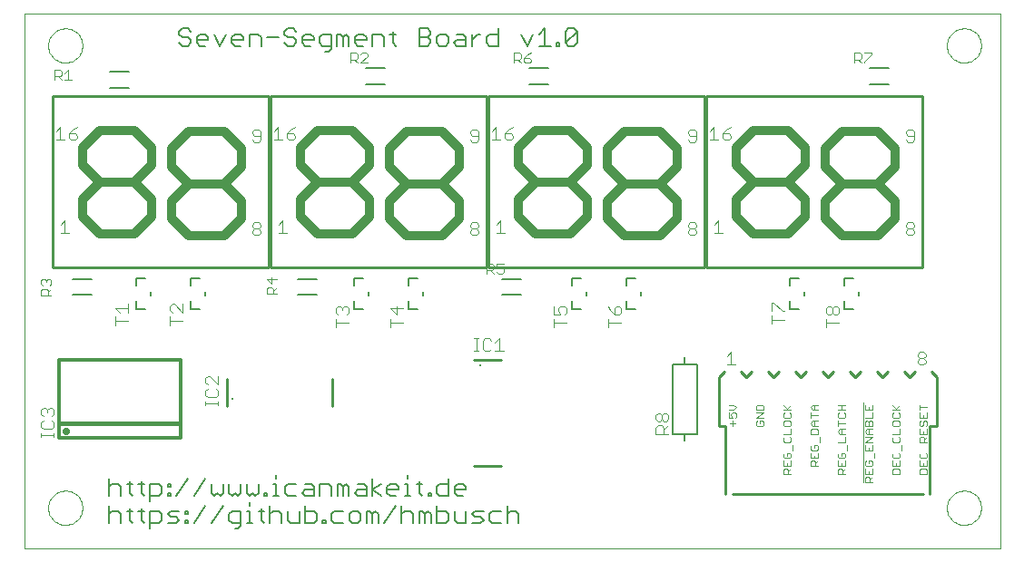
<source format=gto>
G75*
G70*
%OFA0B0*%
%FSLAX24Y24*%
%IPPOS*%
%LPD*%
%AMOC8*
5,1,8,0,0,1.08239X$1,22.5*
%
%ADD10C,0.0000*%
%ADD11C,0.0060*%
%ADD12C,0.0030*%
%ADD13C,0.0100*%
%ADD14C,0.0330*%
%ADD15C,0.0040*%
%ADD16C,0.0080*%
%ADD17C,0.0100*%
%ADD18C,0.0120*%
%ADD19C,0.0284*%
%ADD20C,0.0160*%
D10*
X000180Y000180D02*
X000180Y019865D01*
X036007Y019865D01*
X036007Y000180D01*
X000180Y000180D01*
X001050Y001680D02*
X001052Y001730D01*
X001058Y001780D01*
X001068Y001829D01*
X001082Y001877D01*
X001099Y001924D01*
X001120Y001969D01*
X001145Y002013D01*
X001173Y002054D01*
X001205Y002093D01*
X001239Y002130D01*
X001276Y002164D01*
X001316Y002194D01*
X001358Y002221D01*
X001402Y002245D01*
X001448Y002266D01*
X001495Y002282D01*
X001543Y002295D01*
X001593Y002304D01*
X001642Y002309D01*
X001693Y002310D01*
X001743Y002307D01*
X001792Y002300D01*
X001841Y002289D01*
X001889Y002274D01*
X001935Y002256D01*
X001980Y002234D01*
X002023Y002208D01*
X002064Y002179D01*
X002103Y002147D01*
X002139Y002112D01*
X002171Y002074D01*
X002201Y002034D01*
X002228Y001991D01*
X002251Y001947D01*
X002270Y001901D01*
X002286Y001853D01*
X002298Y001804D01*
X002306Y001755D01*
X002310Y001705D01*
X002310Y001655D01*
X002306Y001605D01*
X002298Y001556D01*
X002286Y001507D01*
X002270Y001459D01*
X002251Y001413D01*
X002228Y001369D01*
X002201Y001326D01*
X002171Y001286D01*
X002139Y001248D01*
X002103Y001213D01*
X002064Y001181D01*
X002023Y001152D01*
X001980Y001126D01*
X001935Y001104D01*
X001889Y001086D01*
X001841Y001071D01*
X001792Y001060D01*
X001743Y001053D01*
X001693Y001050D01*
X001642Y001051D01*
X001593Y001056D01*
X001543Y001065D01*
X001495Y001078D01*
X001448Y001094D01*
X001402Y001115D01*
X001358Y001139D01*
X001316Y001166D01*
X001276Y001196D01*
X001239Y001230D01*
X001205Y001267D01*
X001173Y001306D01*
X001145Y001347D01*
X001120Y001391D01*
X001099Y001436D01*
X001082Y001483D01*
X001068Y001531D01*
X001058Y001580D01*
X001052Y001630D01*
X001050Y001680D01*
X001050Y018680D02*
X001052Y018730D01*
X001058Y018780D01*
X001068Y018829D01*
X001082Y018877D01*
X001099Y018924D01*
X001120Y018969D01*
X001145Y019013D01*
X001173Y019054D01*
X001205Y019093D01*
X001239Y019130D01*
X001276Y019164D01*
X001316Y019194D01*
X001358Y019221D01*
X001402Y019245D01*
X001448Y019266D01*
X001495Y019282D01*
X001543Y019295D01*
X001593Y019304D01*
X001642Y019309D01*
X001693Y019310D01*
X001743Y019307D01*
X001792Y019300D01*
X001841Y019289D01*
X001889Y019274D01*
X001935Y019256D01*
X001980Y019234D01*
X002023Y019208D01*
X002064Y019179D01*
X002103Y019147D01*
X002139Y019112D01*
X002171Y019074D01*
X002201Y019034D01*
X002228Y018991D01*
X002251Y018947D01*
X002270Y018901D01*
X002286Y018853D01*
X002298Y018804D01*
X002306Y018755D01*
X002310Y018705D01*
X002310Y018655D01*
X002306Y018605D01*
X002298Y018556D01*
X002286Y018507D01*
X002270Y018459D01*
X002251Y018413D01*
X002228Y018369D01*
X002201Y018326D01*
X002171Y018286D01*
X002139Y018248D01*
X002103Y018213D01*
X002064Y018181D01*
X002023Y018152D01*
X001980Y018126D01*
X001935Y018104D01*
X001889Y018086D01*
X001841Y018071D01*
X001792Y018060D01*
X001743Y018053D01*
X001693Y018050D01*
X001642Y018051D01*
X001593Y018056D01*
X001543Y018065D01*
X001495Y018078D01*
X001448Y018094D01*
X001402Y018115D01*
X001358Y018139D01*
X001316Y018166D01*
X001276Y018196D01*
X001239Y018230D01*
X001205Y018267D01*
X001173Y018306D01*
X001145Y018347D01*
X001120Y018391D01*
X001099Y018436D01*
X001082Y018483D01*
X001068Y018531D01*
X001058Y018580D01*
X001052Y018630D01*
X001050Y018680D01*
X034050Y018680D02*
X034052Y018730D01*
X034058Y018780D01*
X034068Y018829D01*
X034082Y018877D01*
X034099Y018924D01*
X034120Y018969D01*
X034145Y019013D01*
X034173Y019054D01*
X034205Y019093D01*
X034239Y019130D01*
X034276Y019164D01*
X034316Y019194D01*
X034358Y019221D01*
X034402Y019245D01*
X034448Y019266D01*
X034495Y019282D01*
X034543Y019295D01*
X034593Y019304D01*
X034642Y019309D01*
X034693Y019310D01*
X034743Y019307D01*
X034792Y019300D01*
X034841Y019289D01*
X034889Y019274D01*
X034935Y019256D01*
X034980Y019234D01*
X035023Y019208D01*
X035064Y019179D01*
X035103Y019147D01*
X035139Y019112D01*
X035171Y019074D01*
X035201Y019034D01*
X035228Y018991D01*
X035251Y018947D01*
X035270Y018901D01*
X035286Y018853D01*
X035298Y018804D01*
X035306Y018755D01*
X035310Y018705D01*
X035310Y018655D01*
X035306Y018605D01*
X035298Y018556D01*
X035286Y018507D01*
X035270Y018459D01*
X035251Y018413D01*
X035228Y018369D01*
X035201Y018326D01*
X035171Y018286D01*
X035139Y018248D01*
X035103Y018213D01*
X035064Y018181D01*
X035023Y018152D01*
X034980Y018126D01*
X034935Y018104D01*
X034889Y018086D01*
X034841Y018071D01*
X034792Y018060D01*
X034743Y018053D01*
X034693Y018050D01*
X034642Y018051D01*
X034593Y018056D01*
X034543Y018065D01*
X034495Y018078D01*
X034448Y018094D01*
X034402Y018115D01*
X034358Y018139D01*
X034316Y018166D01*
X034276Y018196D01*
X034239Y018230D01*
X034205Y018267D01*
X034173Y018306D01*
X034145Y018347D01*
X034120Y018391D01*
X034099Y018436D01*
X034082Y018483D01*
X034068Y018531D01*
X034058Y018580D01*
X034052Y018630D01*
X034050Y018680D01*
X034050Y001680D02*
X034052Y001730D01*
X034058Y001780D01*
X034068Y001829D01*
X034082Y001877D01*
X034099Y001924D01*
X034120Y001969D01*
X034145Y002013D01*
X034173Y002054D01*
X034205Y002093D01*
X034239Y002130D01*
X034276Y002164D01*
X034316Y002194D01*
X034358Y002221D01*
X034402Y002245D01*
X034448Y002266D01*
X034495Y002282D01*
X034543Y002295D01*
X034593Y002304D01*
X034642Y002309D01*
X034693Y002310D01*
X034743Y002307D01*
X034792Y002300D01*
X034841Y002289D01*
X034889Y002274D01*
X034935Y002256D01*
X034980Y002234D01*
X035023Y002208D01*
X035064Y002179D01*
X035103Y002147D01*
X035139Y002112D01*
X035171Y002074D01*
X035201Y002034D01*
X035228Y001991D01*
X035251Y001947D01*
X035270Y001901D01*
X035286Y001853D01*
X035298Y001804D01*
X035306Y001755D01*
X035310Y001705D01*
X035310Y001655D01*
X035306Y001605D01*
X035298Y001556D01*
X035286Y001507D01*
X035270Y001459D01*
X035251Y001413D01*
X035228Y001369D01*
X035201Y001326D01*
X035171Y001286D01*
X035139Y001248D01*
X035103Y001213D01*
X035064Y001181D01*
X035023Y001152D01*
X034980Y001126D01*
X034935Y001104D01*
X034889Y001086D01*
X034841Y001071D01*
X034792Y001060D01*
X034743Y001053D01*
X034693Y001050D01*
X034642Y001051D01*
X034593Y001056D01*
X034543Y001065D01*
X034495Y001078D01*
X034448Y001094D01*
X034402Y001115D01*
X034358Y001139D01*
X034316Y001166D01*
X034276Y001196D01*
X034239Y001230D01*
X034205Y001267D01*
X034173Y001306D01*
X034145Y001347D01*
X034120Y001391D01*
X034099Y001436D01*
X034082Y001483D01*
X034068Y001531D01*
X034058Y001580D01*
X034052Y001630D01*
X034050Y001680D01*
D11*
X018329Y001445D02*
X018329Y001124D01*
X017901Y001124D02*
X017901Y001765D01*
X018008Y001551D02*
X018222Y001551D01*
X018329Y001445D01*
X018008Y001551D02*
X017901Y001445D01*
X017684Y001551D02*
X017364Y001551D01*
X017257Y001445D01*
X017257Y001231D01*
X017364Y001124D01*
X017684Y001124D01*
X017039Y001231D02*
X016933Y001338D01*
X016719Y001338D01*
X016612Y001445D01*
X016719Y001551D01*
X017039Y001551D01*
X017039Y001231D02*
X016933Y001124D01*
X016612Y001124D01*
X016395Y001124D02*
X016395Y001551D01*
X015968Y001551D02*
X015968Y001231D01*
X016075Y001124D01*
X016395Y001124D01*
X015750Y001231D02*
X015750Y001445D01*
X015644Y001551D01*
X015323Y001551D01*
X015323Y001765D02*
X015323Y001124D01*
X015644Y001124D01*
X015750Y001231D01*
X015106Y001124D02*
X015106Y001445D01*
X014999Y001551D01*
X014892Y001445D01*
X014892Y001124D01*
X014679Y001124D02*
X014679Y001551D01*
X014785Y001551D01*
X014892Y001445D01*
X014461Y001445D02*
X014461Y001124D01*
X014034Y001124D02*
X014034Y001765D01*
X013817Y001765D02*
X013390Y001124D01*
X013172Y001124D02*
X013172Y001445D01*
X013065Y001551D01*
X012959Y001445D01*
X012959Y001124D01*
X012745Y001124D02*
X012745Y001551D01*
X012852Y001551D01*
X012959Y001445D01*
X012528Y001445D02*
X012528Y001231D01*
X012421Y001124D01*
X012207Y001124D01*
X012101Y001231D01*
X012101Y001445D01*
X012207Y001551D01*
X012421Y001551D01*
X012528Y001445D01*
X011883Y001551D02*
X011563Y001551D01*
X011456Y001445D01*
X011456Y001231D01*
X011563Y001124D01*
X011883Y001124D01*
X011240Y001124D02*
X011240Y001231D01*
X011134Y001231D01*
X011134Y001124D01*
X011240Y001124D01*
X010916Y001231D02*
X010916Y001445D01*
X010809Y001551D01*
X010489Y001551D01*
X010489Y001765D02*
X010489Y001124D01*
X010809Y001124D01*
X010916Y001231D01*
X010272Y001124D02*
X010272Y001551D01*
X009845Y001551D02*
X009845Y001231D01*
X009951Y001124D01*
X010272Y001124D01*
X009627Y001124D02*
X009627Y001445D01*
X009520Y001551D01*
X009307Y001551D01*
X009200Y001445D01*
X008984Y001551D02*
X008770Y001551D01*
X008877Y001658D02*
X008877Y001231D01*
X008984Y001124D01*
X009200Y001124D02*
X009200Y001765D01*
X009307Y002124D02*
X009521Y002124D01*
X009414Y002124D02*
X009414Y002551D01*
X009307Y002551D01*
X009414Y002765D02*
X009414Y002872D01*
X009737Y002445D02*
X009737Y002231D01*
X009844Y002124D01*
X010164Y002124D01*
X010382Y002231D02*
X010488Y002124D01*
X010809Y002124D01*
X010809Y002445D01*
X010702Y002551D01*
X010488Y002551D01*
X010488Y002338D02*
X010809Y002338D01*
X011026Y002124D02*
X011026Y002551D01*
X011347Y002551D01*
X011453Y002445D01*
X011453Y002124D01*
X011671Y002124D02*
X011671Y002551D01*
X011778Y002551D01*
X011884Y002445D01*
X011991Y002551D01*
X012098Y002445D01*
X012098Y002124D01*
X011884Y002124D02*
X011884Y002445D01*
X012315Y002231D02*
X012422Y002124D01*
X012742Y002124D01*
X012742Y002445D01*
X012636Y002551D01*
X012422Y002551D01*
X012422Y002338D02*
X012742Y002338D01*
X012960Y002338D02*
X013280Y002551D01*
X013497Y002445D02*
X013497Y002231D01*
X013604Y002124D01*
X013817Y002124D01*
X013924Y002338D02*
X013497Y002338D01*
X013497Y002445D02*
X013604Y002551D01*
X013817Y002551D01*
X013924Y002445D01*
X013924Y002338D01*
X014142Y002551D02*
X014248Y002551D01*
X014248Y002124D01*
X014142Y002124D02*
X014355Y002124D01*
X014678Y002231D02*
X014785Y002124D01*
X014678Y002231D02*
X014678Y002658D01*
X014571Y002551D02*
X014785Y002551D01*
X015001Y002231D02*
X015108Y002231D01*
X015108Y002124D01*
X015001Y002124D01*
X015001Y002231D01*
X015323Y002231D02*
X015430Y002124D01*
X015750Y002124D01*
X015750Y002765D01*
X015750Y002551D02*
X015430Y002551D01*
X015323Y002445D01*
X015323Y002231D01*
X015968Y002231D02*
X016075Y002124D01*
X016288Y002124D01*
X016395Y002338D02*
X015968Y002338D01*
X015968Y002231D02*
X015968Y002445D01*
X016075Y002551D01*
X016288Y002551D01*
X016395Y002445D01*
X016395Y002338D01*
X014461Y001445D02*
X014354Y001551D01*
X014141Y001551D01*
X014034Y001445D01*
X013280Y002124D02*
X012960Y002338D01*
X012960Y002124D02*
X012960Y002765D01*
X012422Y002338D02*
X012315Y002231D01*
X014248Y002765D02*
X014248Y002872D01*
X010488Y002338D02*
X010382Y002231D01*
X010164Y002551D02*
X009844Y002551D01*
X009737Y002445D01*
X009092Y002231D02*
X009092Y002124D01*
X008985Y002124D01*
X008985Y002231D01*
X009092Y002231D01*
X008768Y002231D02*
X008768Y002551D01*
X008768Y002231D02*
X008661Y002124D01*
X008554Y002231D01*
X008447Y002124D01*
X008341Y002231D01*
X008341Y002551D01*
X008123Y002551D02*
X008123Y002231D01*
X008016Y002124D01*
X007910Y002231D01*
X007803Y002124D01*
X007696Y002231D01*
X007696Y002551D01*
X007479Y002551D02*
X007479Y002231D01*
X007372Y002124D01*
X007265Y002231D01*
X007158Y002124D01*
X007052Y002231D01*
X007052Y002551D01*
X006834Y002765D02*
X006407Y002124D01*
X006834Y001765D02*
X006407Y001124D01*
X006191Y001124D02*
X006085Y001124D01*
X006085Y001231D01*
X006191Y001231D01*
X006191Y001124D01*
X005867Y001231D02*
X005760Y001338D01*
X005547Y001338D01*
X005440Y001445D01*
X005547Y001551D01*
X005867Y001551D01*
X006085Y001551D02*
X006085Y001445D01*
X006191Y001445D01*
X006191Y001551D01*
X006085Y001551D01*
X005867Y001231D02*
X005760Y001124D01*
X005440Y001124D01*
X005223Y001231D02*
X005116Y001124D01*
X004796Y001124D01*
X004796Y000911D02*
X004796Y001551D01*
X005116Y001551D01*
X005223Y001445D01*
X005223Y001231D01*
X004579Y001124D02*
X004473Y001231D01*
X004473Y001658D01*
X004579Y001551D02*
X004366Y001551D01*
X004150Y001551D02*
X003936Y001551D01*
X004043Y001658D02*
X004043Y001231D01*
X004150Y001124D01*
X003719Y001124D02*
X003719Y001445D01*
X003612Y001551D01*
X003398Y001551D01*
X003292Y001445D01*
X003292Y001765D02*
X003292Y001124D01*
X004796Y001911D02*
X004796Y002551D01*
X005116Y002551D01*
X005223Y002445D01*
X005223Y002231D01*
X005116Y002124D01*
X004796Y002124D01*
X004579Y002124D02*
X004473Y002231D01*
X004473Y002658D01*
X004579Y002551D02*
X004366Y002551D01*
X004150Y002551D02*
X003936Y002551D01*
X004043Y002658D02*
X004043Y002231D01*
X004150Y002124D01*
X003719Y002124D02*
X003719Y002445D01*
X003612Y002551D01*
X003398Y002551D01*
X003292Y002445D01*
X003292Y002765D02*
X003292Y002124D01*
X005440Y002124D02*
X005440Y002231D01*
X005547Y002231D01*
X005547Y002124D01*
X005440Y002124D01*
X005762Y002124D02*
X006189Y002765D01*
X005547Y002551D02*
X005547Y002445D01*
X005440Y002445D01*
X005440Y002551D01*
X005547Y002551D01*
X007052Y001124D02*
X007479Y001765D01*
X007696Y001445D02*
X007696Y001231D01*
X007803Y001124D01*
X008123Y001124D01*
X008123Y001018D02*
X008123Y001551D01*
X007803Y001551D01*
X007696Y001445D01*
X008123Y001018D02*
X008016Y000911D01*
X007910Y000911D01*
X008341Y001124D02*
X008554Y001124D01*
X008447Y001124D02*
X008447Y001551D01*
X008341Y001551D01*
X008447Y001765D02*
X008447Y001872D01*
X011232Y018455D02*
X011339Y018455D01*
X011446Y018562D01*
X011446Y019096D01*
X011126Y019096D01*
X011019Y018989D01*
X011019Y018775D01*
X011126Y018669D01*
X011446Y018669D01*
X011664Y018669D02*
X011664Y019096D01*
X011770Y019096D01*
X011877Y018989D01*
X011984Y019096D01*
X012091Y018989D01*
X012091Y018669D01*
X011877Y018669D02*
X011877Y018989D01*
X012308Y018989D02*
X012308Y018775D01*
X012415Y018669D01*
X012628Y018669D01*
X012735Y018882D02*
X012308Y018882D01*
X012308Y018989D02*
X012415Y019096D01*
X012628Y019096D01*
X012735Y018989D01*
X012735Y018882D01*
X012953Y018669D02*
X012953Y019096D01*
X013273Y019096D01*
X013380Y018989D01*
X013380Y018669D01*
X013704Y018775D02*
X013811Y018669D01*
X013704Y018775D02*
X013704Y019202D01*
X013597Y019096D02*
X013811Y019096D01*
X014671Y018989D02*
X014992Y018989D01*
X015098Y018882D01*
X015098Y018775D01*
X014992Y018669D01*
X014671Y018669D01*
X014671Y019309D01*
X014992Y019309D01*
X015098Y019202D01*
X015098Y019096D01*
X014992Y018989D01*
X015316Y018989D02*
X015316Y018775D01*
X015423Y018669D01*
X015636Y018669D01*
X015743Y018775D01*
X015743Y018989D01*
X015636Y019096D01*
X015423Y019096D01*
X015316Y018989D01*
X015961Y018775D02*
X016067Y018882D01*
X016388Y018882D01*
X016388Y018989D02*
X016388Y018669D01*
X016067Y018669D01*
X015961Y018775D01*
X016281Y019096D02*
X016388Y018989D01*
X016281Y019096D02*
X016067Y019096D01*
X016605Y019096D02*
X016605Y018669D01*
X016605Y018882D02*
X016819Y019096D01*
X016925Y019096D01*
X017142Y018989D02*
X017249Y019096D01*
X017569Y019096D01*
X017569Y019309D02*
X017569Y018669D01*
X017249Y018669D01*
X017142Y018775D01*
X017142Y018989D01*
X018431Y019096D02*
X018645Y018669D01*
X018858Y019096D01*
X019076Y019096D02*
X019289Y019309D01*
X019289Y018669D01*
X019076Y018669D02*
X019503Y018669D01*
X019720Y018669D02*
X019827Y018669D01*
X019827Y018775D01*
X019720Y018775D01*
X019720Y018669D01*
X020043Y018775D02*
X020470Y019202D01*
X020470Y018775D01*
X020363Y018669D01*
X020149Y018669D01*
X020043Y018775D01*
X020043Y019202D01*
X020149Y019309D01*
X020363Y019309D01*
X020470Y019202D01*
X010801Y018989D02*
X010801Y018882D01*
X010374Y018882D01*
X010374Y018775D02*
X010374Y018989D01*
X010481Y019096D01*
X010695Y019096D01*
X010801Y018989D01*
X010695Y018669D02*
X010481Y018669D01*
X010374Y018775D01*
X010157Y018775D02*
X010050Y018669D01*
X009837Y018669D01*
X009730Y018775D01*
X009837Y018989D02*
X010050Y018989D01*
X010157Y018882D01*
X010157Y018775D01*
X009837Y018989D02*
X009730Y019096D01*
X009730Y019202D01*
X009837Y019309D01*
X010050Y019309D01*
X010157Y019202D01*
X009512Y018989D02*
X009085Y018989D01*
X008868Y018989D02*
X008868Y018669D01*
X008868Y018989D02*
X008761Y019096D01*
X008441Y019096D01*
X008441Y018669D01*
X008223Y018882D02*
X007796Y018882D01*
X007796Y018775D02*
X007796Y018989D01*
X007903Y019096D01*
X008116Y019096D01*
X008223Y018989D01*
X008223Y018882D01*
X008116Y018669D02*
X007903Y018669D01*
X007796Y018775D01*
X007579Y019096D02*
X007365Y018669D01*
X007152Y019096D01*
X006934Y018989D02*
X006934Y018882D01*
X006507Y018882D01*
X006507Y018775D02*
X006507Y018989D01*
X006614Y019096D01*
X006827Y019096D01*
X006934Y018989D01*
X006827Y018669D02*
X006614Y018669D01*
X006507Y018775D01*
X006290Y018775D02*
X006183Y018669D01*
X005969Y018669D01*
X005863Y018775D01*
X005969Y018989D02*
X006183Y018989D01*
X006290Y018882D01*
X006290Y018775D01*
X005969Y018989D02*
X005863Y019096D01*
X005863Y019202D01*
X005969Y019309D01*
X006183Y019309D01*
X006290Y019202D01*
D12*
X001905Y017417D02*
X001658Y017417D01*
X001536Y017417D02*
X001413Y017541D01*
X001475Y017541D02*
X001289Y017541D01*
X001289Y017417D02*
X001289Y017788D01*
X001475Y017788D01*
X001536Y017726D01*
X001536Y017603D01*
X001475Y017541D01*
X001658Y017664D02*
X001781Y017788D01*
X001781Y017417D01*
X012164Y018042D02*
X012164Y018413D01*
X012350Y018413D01*
X012411Y018351D01*
X012411Y018228D01*
X012350Y018166D01*
X012164Y018166D01*
X012288Y018166D02*
X012411Y018042D01*
X012533Y018042D02*
X012780Y018289D01*
X012780Y018351D01*
X012718Y018413D01*
X012595Y018413D01*
X012533Y018351D01*
X012533Y018042D02*
X012780Y018042D01*
X018164Y018042D02*
X018164Y018413D01*
X018350Y018413D01*
X018411Y018351D01*
X018411Y018228D01*
X018350Y018166D01*
X018164Y018166D01*
X018288Y018166D02*
X018411Y018042D01*
X018533Y018104D02*
X018595Y018042D01*
X018718Y018042D01*
X018780Y018104D01*
X018780Y018166D01*
X018718Y018228D01*
X018533Y018228D01*
X018533Y018104D01*
X018533Y018228D02*
X018656Y018351D01*
X018780Y018413D01*
X030664Y018413D02*
X030664Y018042D01*
X030664Y018166D02*
X030850Y018166D01*
X030911Y018228D01*
X030911Y018351D01*
X030850Y018413D01*
X030664Y018413D01*
X030788Y018166D02*
X030911Y018042D01*
X031033Y018042D02*
X031033Y018104D01*
X031280Y018351D01*
X031280Y018413D01*
X031033Y018413D01*
X017780Y010663D02*
X017533Y010663D01*
X017533Y010478D01*
X017656Y010539D01*
X017718Y010539D01*
X017780Y010478D01*
X017780Y010354D01*
X017718Y010292D01*
X017595Y010292D01*
X017533Y010354D01*
X017411Y010292D02*
X017288Y010416D01*
X017350Y010416D02*
X017164Y010416D01*
X017164Y010292D02*
X017164Y010663D01*
X017350Y010663D01*
X017411Y010601D01*
X017411Y010478D01*
X017350Y010416D01*
X009443Y010093D02*
X009072Y010093D01*
X009257Y009908D01*
X009257Y010155D01*
X009257Y009786D02*
X009319Y009725D01*
X009319Y009539D01*
X009443Y009539D02*
X009072Y009539D01*
X009072Y009725D01*
X009134Y009786D01*
X009257Y009786D01*
X009319Y009663D02*
X009443Y009786D01*
X001162Y009736D02*
X001039Y009612D01*
X001039Y009674D02*
X001039Y009489D01*
X001162Y009489D02*
X000792Y009489D01*
X000792Y009674D01*
X000854Y009736D01*
X000977Y009736D01*
X001039Y009674D01*
X001101Y009857D02*
X001162Y009919D01*
X001162Y010042D01*
X001101Y010104D01*
X001039Y010104D01*
X000977Y010042D01*
X000977Y009981D01*
X000977Y010042D02*
X000916Y010104D01*
X000854Y010104D01*
X000792Y010042D01*
X000792Y009919D01*
X000854Y009857D01*
X026035Y005469D02*
X026228Y005469D01*
X026325Y005372D01*
X026228Y005275D01*
X026035Y005275D01*
X026035Y005174D02*
X026035Y004981D01*
X026180Y004981D01*
X026132Y005077D01*
X026132Y005126D01*
X026180Y005174D01*
X026277Y005174D01*
X026325Y005126D01*
X026325Y005029D01*
X026277Y004981D01*
X026180Y004880D02*
X026180Y004686D01*
X026083Y004783D02*
X026277Y004783D01*
X027035Y004831D02*
X027035Y004734D01*
X027083Y004686D01*
X027277Y004686D01*
X027325Y004734D01*
X027325Y004831D01*
X027277Y004880D01*
X027180Y004880D01*
X027180Y004783D01*
X027083Y004880D02*
X027035Y004831D01*
X027035Y004981D02*
X027325Y005174D01*
X027035Y005174D01*
X027035Y005275D02*
X027035Y005420D01*
X027083Y005469D01*
X027277Y005469D01*
X027325Y005420D01*
X027325Y005275D01*
X027035Y005275D01*
X027035Y004981D02*
X027325Y004981D01*
X028035Y005029D02*
X028083Y004981D01*
X028277Y004981D01*
X028325Y005029D01*
X028325Y005126D01*
X028277Y005174D01*
X028325Y005275D02*
X028035Y005275D01*
X028083Y005174D02*
X028035Y005126D01*
X028035Y005029D01*
X028083Y004880D02*
X028035Y004831D01*
X028035Y004734D01*
X028083Y004686D01*
X028277Y004686D01*
X028325Y004734D01*
X028325Y004831D01*
X028277Y004880D01*
X028083Y004880D01*
X028325Y004585D02*
X028325Y004391D01*
X028035Y004391D01*
X028083Y004290D02*
X028035Y004242D01*
X028035Y004145D01*
X028083Y004097D01*
X028277Y004097D01*
X028325Y004145D01*
X028325Y004242D01*
X028277Y004290D01*
X028373Y003996D02*
X028373Y003802D01*
X028277Y003701D02*
X028180Y003701D01*
X028180Y003604D01*
X028083Y003507D02*
X028277Y003507D01*
X028325Y003556D01*
X028325Y003653D01*
X028277Y003701D01*
X028083Y003701D02*
X028035Y003653D01*
X028035Y003556D01*
X028083Y003507D01*
X028035Y003406D02*
X028035Y003213D01*
X028325Y003213D01*
X028325Y003406D01*
X028180Y003310D02*
X028180Y003213D01*
X028180Y003112D02*
X028228Y003063D01*
X028228Y002918D01*
X028228Y003015D02*
X028325Y003112D01*
X028180Y003112D02*
X028083Y003112D01*
X028035Y003063D01*
X028035Y002918D01*
X028325Y002918D01*
X029035Y003213D02*
X029035Y003358D01*
X029083Y003406D01*
X029180Y003406D01*
X029228Y003358D01*
X029228Y003213D01*
X029228Y003310D02*
X029325Y003406D01*
X029325Y003507D02*
X029035Y003507D01*
X029035Y003701D01*
X029083Y003802D02*
X029277Y003802D01*
X029325Y003850D01*
X029325Y003947D01*
X029277Y003996D01*
X029180Y003996D01*
X029180Y003899D01*
X029083Y003996D02*
X029035Y003947D01*
X029035Y003850D01*
X029083Y003802D01*
X029180Y003604D02*
X029180Y003507D01*
X029325Y003507D02*
X029325Y003701D01*
X030035Y003653D02*
X030035Y003556D01*
X030083Y003507D01*
X030277Y003507D01*
X030325Y003556D01*
X030325Y003653D01*
X030277Y003701D01*
X030180Y003701D01*
X030180Y003604D01*
X030083Y003701D02*
X030035Y003653D01*
X030373Y003802D02*
X030373Y003996D01*
X030325Y004097D02*
X030035Y004097D01*
X030325Y004097D02*
X030325Y004290D01*
X030325Y004391D02*
X030132Y004391D01*
X030035Y004488D01*
X030132Y004585D01*
X030325Y004585D01*
X030180Y004585D02*
X030180Y004391D01*
X030035Y004686D02*
X030035Y004880D01*
X030035Y004783D02*
X030325Y004783D01*
X030277Y004981D02*
X030325Y005029D01*
X030325Y005126D01*
X030277Y005174D01*
X030325Y005275D02*
X030035Y005275D01*
X030083Y005174D02*
X030035Y005126D01*
X030035Y005029D01*
X030083Y004981D01*
X030277Y004981D01*
X030180Y005275D02*
X030180Y005469D01*
X030035Y005469D02*
X030325Y005469D01*
X030975Y005555D02*
X030975Y002608D01*
X031035Y002623D02*
X031035Y002769D01*
X031083Y002817D01*
X031180Y002817D01*
X031228Y002769D01*
X031228Y002623D01*
X031325Y002623D02*
X031035Y002623D01*
X031228Y002720D02*
X031325Y002817D01*
X031325Y002918D02*
X031325Y003112D01*
X031277Y003213D02*
X031083Y003213D01*
X031035Y003261D01*
X031035Y003358D01*
X031083Y003406D01*
X031180Y003406D02*
X031180Y003310D01*
X031180Y003406D02*
X031277Y003406D01*
X031325Y003358D01*
X031325Y003261D01*
X031277Y003213D01*
X031180Y003015D02*
X031180Y002918D01*
X031035Y002918D02*
X031325Y002918D01*
X031035Y002918D02*
X031035Y003112D01*
X031373Y003507D02*
X031373Y003701D01*
X031325Y003802D02*
X031325Y003996D01*
X031325Y004097D02*
X031035Y004097D01*
X031325Y004290D01*
X031035Y004290D01*
X031132Y004391D02*
X031035Y004488D01*
X031132Y004585D01*
X031325Y004585D01*
X031325Y004686D02*
X031035Y004686D01*
X031035Y004831D01*
X031083Y004880D01*
X031132Y004880D01*
X031180Y004831D01*
X031180Y004686D01*
X031180Y004585D02*
X031180Y004391D01*
X031132Y004391D02*
X031325Y004391D01*
X031325Y004686D02*
X031325Y004831D01*
X031277Y004880D01*
X031228Y004880D01*
X031180Y004831D01*
X031325Y004981D02*
X031325Y005174D01*
X031325Y005275D02*
X031035Y005275D01*
X031035Y005469D01*
X031180Y005372D02*
X031180Y005275D01*
X031325Y005275D02*
X031325Y005469D01*
X032035Y005469D02*
X032228Y005275D01*
X032180Y005324D02*
X032325Y005469D01*
X032325Y005275D02*
X032035Y005275D01*
X032083Y005174D02*
X032035Y005126D01*
X032035Y005029D01*
X032083Y004981D01*
X032277Y004981D01*
X032325Y005029D01*
X032325Y005126D01*
X032277Y005174D01*
X032277Y004880D02*
X032083Y004880D01*
X032035Y004831D01*
X032035Y004734D01*
X032083Y004686D01*
X032277Y004686D01*
X032325Y004734D01*
X032325Y004831D01*
X032277Y004880D01*
X032325Y004585D02*
X032325Y004391D01*
X032035Y004391D01*
X032083Y004290D02*
X032035Y004242D01*
X032035Y004145D01*
X032083Y004097D01*
X032277Y004097D01*
X032325Y004145D01*
X032325Y004242D01*
X032277Y004290D01*
X032373Y003996D02*
X032373Y003802D01*
X032277Y003701D02*
X032325Y003653D01*
X032325Y003556D01*
X032277Y003507D01*
X032083Y003507D01*
X032035Y003556D01*
X032035Y003653D01*
X032083Y003701D01*
X032035Y003406D02*
X032035Y003213D01*
X032325Y003213D01*
X032325Y003406D01*
X032180Y003310D02*
X032180Y003213D01*
X032277Y003112D02*
X032083Y003112D01*
X032035Y003063D01*
X032035Y002918D01*
X032325Y002918D01*
X032325Y003063D01*
X032277Y003112D01*
X033035Y003063D02*
X033035Y002918D01*
X033325Y002918D01*
X033325Y003063D01*
X033277Y003112D01*
X033083Y003112D01*
X033035Y003063D01*
X033035Y003213D02*
X033325Y003213D01*
X033325Y003406D01*
X033277Y003507D02*
X033325Y003556D01*
X033325Y003653D01*
X033277Y003701D01*
X033373Y003802D02*
X033373Y003996D01*
X033325Y004097D02*
X033035Y004097D01*
X033035Y004242D01*
X033083Y004290D01*
X033180Y004290D01*
X033228Y004242D01*
X033228Y004097D01*
X033228Y004193D02*
X033325Y004290D01*
X033325Y004391D02*
X033325Y004585D01*
X033277Y004686D02*
X033325Y004734D01*
X033325Y004831D01*
X033277Y004880D01*
X033228Y004880D01*
X033180Y004831D01*
X033180Y004734D01*
X033132Y004686D01*
X033083Y004686D01*
X033035Y004734D01*
X033035Y004831D01*
X033083Y004880D01*
X033035Y004981D02*
X033325Y004981D01*
X033325Y005174D01*
X033180Y005077D02*
X033180Y004981D01*
X033035Y004981D02*
X033035Y005174D01*
X033035Y005275D02*
X033035Y005469D01*
X033035Y005372D02*
X033325Y005372D01*
X033035Y004585D02*
X033035Y004391D01*
X033325Y004391D01*
X033180Y004391D02*
X033180Y004488D01*
X033083Y003701D02*
X033035Y003653D01*
X033035Y003556D01*
X033083Y003507D01*
X033277Y003507D01*
X033180Y003310D02*
X033180Y003213D01*
X033035Y003213D02*
X033035Y003406D01*
X031325Y003802D02*
X031035Y003802D01*
X031035Y003996D01*
X031180Y003899D02*
X031180Y003802D01*
X030325Y003406D02*
X030325Y003213D01*
X030035Y003213D01*
X030035Y003406D01*
X030180Y003310D02*
X030180Y003213D01*
X030180Y003112D02*
X030228Y003063D01*
X030228Y002918D01*
X030228Y003015D02*
X030325Y003112D01*
X030180Y003112D02*
X030083Y003112D01*
X030035Y003063D01*
X030035Y002918D01*
X030325Y002918D01*
X029325Y003213D02*
X029035Y003213D01*
X029373Y004097D02*
X029373Y004290D01*
X029325Y004391D02*
X029325Y004537D01*
X029277Y004585D01*
X029083Y004585D01*
X029035Y004537D01*
X029035Y004391D01*
X029325Y004391D01*
X029325Y004686D02*
X029132Y004686D01*
X029035Y004783D01*
X029132Y004880D01*
X029325Y004880D01*
X029180Y004880D02*
X029180Y004686D01*
X029035Y004981D02*
X029035Y005174D01*
X029035Y005077D02*
X029325Y005077D01*
X029325Y005275D02*
X029132Y005275D01*
X029035Y005372D01*
X029132Y005469D01*
X029325Y005469D01*
X029180Y005469D02*
X029180Y005275D01*
X028325Y005469D02*
X028180Y005324D01*
X028228Y005275D02*
X028035Y005469D01*
X031035Y004981D02*
X031325Y004981D01*
D13*
X033430Y004680D02*
X033430Y002180D01*
X033180Y002180D02*
X026180Y002180D01*
X025930Y002180D02*
X025930Y004680D01*
X025680Y004680D01*
X025680Y006480D01*
X025880Y006680D01*
X026480Y006680D02*
X026680Y006480D01*
X026880Y006680D01*
X027480Y006680D02*
X027680Y006480D01*
X027880Y006680D01*
X028480Y006680D02*
X028680Y006480D01*
X028880Y006680D01*
X029480Y006680D02*
X029680Y006480D01*
X029880Y006680D01*
X030480Y006680D02*
X030680Y006480D01*
X030880Y006680D01*
X031480Y006680D02*
X031680Y006480D01*
X031880Y006680D01*
X032480Y006680D02*
X032680Y006480D01*
X032880Y006680D01*
X033480Y006680D02*
X033680Y006480D01*
X033680Y004680D01*
X033430Y004680D01*
X033156Y010530D02*
X025204Y010530D01*
X025204Y016830D01*
X033156Y016830D01*
X033156Y010530D01*
X025156Y010530D02*
X017204Y010530D01*
X017204Y016830D01*
X025156Y016830D01*
X025156Y010530D01*
X017678Y007125D02*
X016682Y007125D01*
X011500Y006428D02*
X011500Y005432D01*
X007610Y005432D02*
X007610Y006428D01*
X009156Y010530D02*
X001204Y010530D01*
X001204Y016830D01*
X009156Y016830D01*
X009156Y010530D01*
X009204Y010530D02*
X017156Y010530D01*
X017156Y016830D01*
X009204Y016830D01*
X009204Y010530D01*
X016682Y003235D02*
X017678Y003235D01*
D14*
X018938Y011739D02*
X018304Y012373D01*
X018304Y013008D01*
X018938Y013642D01*
X020207Y013642D01*
X020842Y013008D01*
X020842Y012373D01*
X020207Y011739D01*
X018938Y011739D01*
X021597Y012334D02*
X021597Y012968D01*
X022231Y013603D01*
X023501Y013603D01*
X024135Y012968D01*
X024135Y012334D01*
X023501Y011699D01*
X022231Y011699D01*
X021597Y012334D01*
X022231Y013603D02*
X021597Y014237D01*
X021597Y014872D01*
X022231Y015506D01*
X023501Y015506D01*
X024135Y014872D01*
X024135Y014237D01*
X023501Y013603D01*
X020842Y014277D02*
X020842Y014911D01*
X020207Y015546D01*
X018938Y015546D01*
X018304Y014911D01*
X018304Y014277D01*
X018938Y013642D01*
X020207Y013642D02*
X020842Y014277D01*
X016135Y014237D02*
X015501Y013603D01*
X014231Y013603D01*
X013597Y014237D01*
X013597Y014872D01*
X014231Y015506D01*
X015501Y015506D01*
X016135Y014872D01*
X016135Y014237D01*
X015501Y013603D02*
X016135Y012968D01*
X016135Y012334D01*
X015501Y011699D01*
X014231Y011699D01*
X013597Y012334D01*
X013597Y012968D01*
X014231Y013603D01*
X012842Y013008D02*
X012842Y012373D01*
X012207Y011739D01*
X010938Y011739D01*
X010304Y012373D01*
X010304Y013008D01*
X010938Y013642D01*
X012207Y013642D01*
X012842Y013008D01*
X012207Y013642D02*
X012842Y014277D01*
X012842Y014911D01*
X012207Y015546D01*
X010938Y015546D01*
X010304Y014911D01*
X010304Y014277D01*
X010938Y013642D01*
X008135Y014237D02*
X007501Y013603D01*
X006231Y013603D01*
X005597Y014237D01*
X005597Y014872D01*
X006231Y015506D01*
X007501Y015506D01*
X008135Y014872D01*
X008135Y014237D01*
X007501Y013603D02*
X008135Y012968D01*
X008135Y012334D01*
X007501Y011699D01*
X006231Y011699D01*
X005597Y012334D01*
X005597Y012968D01*
X006231Y013603D01*
X004842Y013008D02*
X004842Y012373D01*
X004207Y011739D01*
X002938Y011739D01*
X002304Y012373D01*
X002304Y013008D01*
X002938Y013642D01*
X004207Y013642D01*
X004842Y013008D01*
X004207Y013642D02*
X004842Y014277D01*
X004842Y014911D01*
X004207Y015546D01*
X002938Y015546D01*
X002304Y014911D01*
X002304Y014277D01*
X002938Y013642D01*
X026304Y013008D02*
X026304Y012373D01*
X026938Y011739D01*
X028207Y011739D01*
X028842Y012373D01*
X028842Y013008D01*
X028207Y013642D01*
X026938Y013642D01*
X026304Y014277D01*
X026304Y014911D01*
X026938Y015546D01*
X028207Y015546D01*
X028842Y014911D01*
X028842Y014277D01*
X028207Y013642D01*
X026938Y013642D02*
X026304Y013008D01*
X029597Y012968D02*
X029597Y012334D01*
X030231Y011699D01*
X031501Y011699D01*
X032135Y012334D01*
X032135Y012968D01*
X031501Y013603D01*
X030231Y013603D01*
X029597Y014237D01*
X029597Y014872D01*
X030231Y015506D01*
X031501Y015506D01*
X032135Y014872D01*
X032135Y014237D01*
X031501Y013603D01*
X030231Y013603D02*
X029597Y012968D01*
D15*
X032550Y012095D02*
X032550Y012019D01*
X032627Y011942D01*
X032781Y011942D01*
X032857Y011865D01*
X032857Y011789D01*
X032781Y011712D01*
X032627Y011712D01*
X032550Y011789D01*
X032550Y011865D01*
X032627Y011942D01*
X032781Y011942D02*
X032857Y012019D01*
X032857Y012095D01*
X032781Y012172D01*
X032627Y012172D01*
X032550Y012095D01*
X032627Y015137D02*
X032550Y015214D01*
X032627Y015137D02*
X032781Y015137D01*
X032857Y015214D01*
X032857Y015521D01*
X032781Y015597D01*
X032627Y015597D01*
X032550Y015521D01*
X032550Y015444D01*
X032627Y015367D01*
X032857Y015367D01*
X026113Y015369D02*
X026036Y015446D01*
X025806Y015446D01*
X025806Y015292D01*
X025883Y015216D01*
X026036Y015216D01*
X026113Y015292D01*
X026113Y015369D01*
X025960Y015599D02*
X025806Y015446D01*
X025960Y015599D02*
X026113Y015676D01*
X025499Y015676D02*
X025346Y015523D01*
X025499Y015676D02*
X025499Y015216D01*
X025346Y015216D02*
X025653Y015216D01*
X024857Y015214D02*
X024857Y015521D01*
X024781Y015597D01*
X024627Y015597D01*
X024550Y015521D01*
X024550Y015444D01*
X024627Y015367D01*
X024857Y015367D01*
X024857Y015214D02*
X024781Y015137D01*
X024627Y015137D01*
X024550Y015214D01*
X025657Y012251D02*
X025657Y011791D01*
X025810Y011791D02*
X025503Y011791D01*
X025503Y012097D02*
X025657Y012251D01*
X024857Y012095D02*
X024857Y012019D01*
X024781Y011942D01*
X024627Y011942D01*
X024550Y012019D01*
X024550Y012095D01*
X024627Y012172D01*
X024781Y012172D01*
X024857Y012095D01*
X024781Y011942D02*
X024857Y011865D01*
X024857Y011789D01*
X024781Y011712D01*
X024627Y011712D01*
X024550Y011789D01*
X024550Y011865D01*
X024627Y011942D01*
X022005Y009092D02*
X021928Y009092D01*
X021851Y009016D01*
X021851Y008785D01*
X022005Y008785D01*
X022081Y008862D01*
X022081Y009016D01*
X022005Y009092D01*
X021698Y008939D02*
X021851Y008785D01*
X021698Y008939D02*
X021621Y009092D01*
X021621Y008632D02*
X021621Y008325D01*
X021621Y008478D02*
X022081Y008478D01*
X020081Y008478D02*
X019621Y008478D01*
X019621Y008325D02*
X019621Y008632D01*
X019621Y008785D02*
X019851Y008785D01*
X019774Y008939D01*
X019774Y009016D01*
X019851Y009092D01*
X020005Y009092D01*
X020081Y009016D01*
X020081Y008862D01*
X020005Y008785D01*
X019621Y008785D02*
X019621Y009092D01*
X017621Y007910D02*
X017621Y007450D01*
X017774Y007450D02*
X017467Y007450D01*
X017314Y007527D02*
X017237Y007450D01*
X017084Y007450D01*
X017007Y007527D01*
X017007Y007834D01*
X017084Y007910D01*
X017237Y007910D01*
X017314Y007834D01*
X017467Y007757D02*
X017621Y007910D01*
X016853Y007910D02*
X016700Y007910D01*
X016777Y007910D02*
X016777Y007450D01*
X016853Y007450D02*
X016700Y007450D01*
X014081Y008478D02*
X013621Y008478D01*
X013621Y008325D02*
X013621Y008632D01*
X013851Y008785D02*
X013621Y009016D01*
X014081Y009016D01*
X013851Y009092D02*
X013851Y008785D01*
X012081Y008862D02*
X012005Y008785D01*
X012081Y008862D02*
X012081Y009016D01*
X012005Y009092D01*
X011928Y009092D01*
X011851Y009016D01*
X011851Y008939D01*
X011851Y009016D02*
X011774Y009092D01*
X011698Y009092D01*
X011621Y009016D01*
X011621Y008862D01*
X011698Y008785D01*
X011621Y008632D02*
X011621Y008325D01*
X011621Y008478D02*
X012081Y008478D01*
X007285Y006524D02*
X007285Y006217D01*
X006978Y006524D01*
X006901Y006524D01*
X006825Y006448D01*
X006825Y006294D01*
X006901Y006217D01*
X006901Y006064D02*
X006825Y005987D01*
X006825Y005834D01*
X006901Y005757D01*
X007208Y005757D01*
X007285Y005834D01*
X007285Y005987D01*
X007208Y006064D01*
X007285Y005603D02*
X007285Y005450D01*
X007285Y005527D02*
X006825Y005527D01*
X006825Y005603D02*
X006825Y005450D01*
X005528Y008404D02*
X005528Y008711D01*
X005528Y008558D02*
X005989Y008558D01*
X005989Y008865D02*
X005682Y009172D01*
X005605Y009172D01*
X005528Y009095D01*
X005528Y008941D01*
X005605Y008865D01*
X005989Y008865D02*
X005989Y009172D01*
X003989Y009172D02*
X003989Y008865D01*
X003989Y009018D02*
X003528Y009018D01*
X003682Y008865D01*
X003528Y008711D02*
X003528Y008404D01*
X003528Y008558D02*
X003989Y008558D01*
X001810Y011791D02*
X001503Y011791D01*
X001657Y011791D02*
X001657Y012251D01*
X001503Y012097D01*
X001499Y015216D02*
X001499Y015676D01*
X001346Y015523D01*
X001806Y015446D02*
X001806Y015292D01*
X001883Y015216D01*
X002036Y015216D01*
X002113Y015292D01*
X002113Y015369D01*
X002036Y015446D01*
X001806Y015446D01*
X001960Y015599D01*
X002113Y015676D01*
X001653Y015216D02*
X001346Y015216D01*
X008550Y015214D02*
X008627Y015137D01*
X008781Y015137D01*
X008857Y015214D01*
X008857Y015521D01*
X008781Y015597D01*
X008627Y015597D01*
X008550Y015521D01*
X008550Y015444D01*
X008627Y015367D01*
X008857Y015367D01*
X009346Y015216D02*
X009653Y015216D01*
X009499Y015216D02*
X009499Y015676D01*
X009346Y015523D01*
X009806Y015446D02*
X009806Y015292D01*
X009883Y015216D01*
X010036Y015216D01*
X010113Y015292D01*
X010113Y015369D01*
X010036Y015446D01*
X009806Y015446D01*
X009960Y015599D01*
X010113Y015676D01*
X009657Y012251D02*
X009657Y011791D01*
X009810Y011791D02*
X009503Y011791D01*
X009503Y012097D02*
X009657Y012251D01*
X008857Y012095D02*
X008857Y012019D01*
X008781Y011942D01*
X008627Y011942D01*
X008550Y012019D01*
X008550Y012095D01*
X008627Y012172D01*
X008781Y012172D01*
X008857Y012095D01*
X008781Y011942D02*
X008857Y011865D01*
X008857Y011789D01*
X008781Y011712D01*
X008627Y011712D01*
X008550Y011789D01*
X008550Y011865D01*
X008627Y011942D01*
X016550Y011865D02*
X016550Y011789D01*
X016627Y011712D01*
X016781Y011712D01*
X016857Y011789D01*
X016857Y011865D01*
X016781Y011942D01*
X016627Y011942D01*
X016550Y012019D01*
X016550Y012095D01*
X016627Y012172D01*
X016781Y012172D01*
X016857Y012095D01*
X016857Y012019D01*
X016781Y011942D01*
X016627Y011942D02*
X016550Y011865D01*
X017503Y011791D02*
X017810Y011791D01*
X017657Y011791D02*
X017657Y012251D01*
X017503Y012097D01*
X017499Y015216D02*
X017499Y015676D01*
X017346Y015523D01*
X016857Y015521D02*
X016781Y015597D01*
X016627Y015597D01*
X016550Y015521D01*
X016550Y015444D01*
X016627Y015367D01*
X016857Y015367D01*
X016857Y015214D02*
X016857Y015521D01*
X016857Y015214D02*
X016781Y015137D01*
X016627Y015137D01*
X016550Y015214D01*
X017346Y015216D02*
X017653Y015216D01*
X017806Y015292D02*
X017883Y015216D01*
X018036Y015216D01*
X018113Y015292D01*
X018113Y015369D01*
X018036Y015446D01*
X017806Y015446D01*
X017806Y015292D01*
X017806Y015446D02*
X017960Y015599D01*
X018113Y015676D01*
X027621Y009217D02*
X027698Y009217D01*
X028005Y008910D01*
X028081Y008910D01*
X027621Y008910D02*
X027621Y009217D01*
X027621Y008757D02*
X027621Y008450D01*
X027621Y008603D02*
X028081Y008603D01*
X029621Y008632D02*
X029621Y008325D01*
X029621Y008478D02*
X030081Y008478D01*
X030005Y008785D02*
X029928Y008785D01*
X029851Y008862D01*
X029851Y009016D01*
X029928Y009092D01*
X030005Y009092D01*
X030081Y009016D01*
X030081Y008862D01*
X030005Y008785D01*
X029851Y008862D02*
X029774Y008785D01*
X029698Y008785D01*
X029621Y008862D01*
X029621Y009016D01*
X029698Y009092D01*
X029774Y009092D01*
X029851Y009016D01*
X032970Y007334D02*
X032970Y007257D01*
X033047Y007180D01*
X033200Y007180D01*
X033277Y007103D01*
X033277Y007027D01*
X033200Y006950D01*
X033047Y006950D01*
X032970Y007027D01*
X032970Y007103D01*
X033047Y007180D01*
X033200Y007180D02*
X033277Y007257D01*
X033277Y007334D01*
X033200Y007410D01*
X033047Y007410D01*
X032970Y007334D01*
X026277Y006950D02*
X025970Y006950D01*
X026123Y006950D02*
X026123Y007410D01*
X025970Y007257D01*
X023819Y005091D02*
X023819Y004938D01*
X023743Y004861D01*
X023666Y004861D01*
X023589Y004938D01*
X023589Y005091D01*
X023666Y005168D01*
X023743Y005168D01*
X023819Y005091D01*
X023589Y005091D02*
X023513Y005168D01*
X023436Y005168D01*
X023359Y005091D01*
X023359Y004938D01*
X023436Y004861D01*
X023513Y004861D01*
X023589Y004938D01*
X023589Y004708D02*
X023436Y004708D01*
X023359Y004631D01*
X023359Y004401D01*
X023819Y004401D01*
X023666Y004401D02*
X023666Y004631D01*
X023589Y004708D01*
X023666Y004554D02*
X023819Y004708D01*
X001258Y004666D02*
X001182Y004590D01*
X000875Y004590D01*
X000798Y004666D01*
X000798Y004820D01*
X000875Y004897D01*
X000875Y005050D02*
X000798Y005127D01*
X000798Y005280D01*
X000875Y005357D01*
X000951Y005357D01*
X001028Y005280D01*
X001105Y005357D01*
X001182Y005357D01*
X001258Y005280D01*
X001258Y005127D01*
X001182Y005050D01*
X001182Y004897D02*
X001258Y004820D01*
X001258Y004666D01*
X001258Y004436D02*
X001258Y004283D01*
X001258Y004359D02*
X000798Y004359D01*
X000798Y004283D02*
X000798Y004436D01*
X001028Y005203D02*
X001028Y005280D01*
D16*
X004295Y008996D02*
X004626Y008996D01*
X004295Y008996D02*
X004295Y009275D01*
X004811Y009476D02*
X004811Y009634D01*
X004622Y010114D02*
X004295Y010114D01*
X004295Y009838D01*
X002659Y010100D02*
X001951Y010100D01*
X001951Y009510D02*
X002659Y009510D01*
X006295Y009275D02*
X006295Y008996D01*
X006626Y008996D01*
X006811Y009476D02*
X006811Y009634D01*
X006295Y009838D02*
X006295Y010114D01*
X006622Y010114D01*
X010201Y010100D02*
X010909Y010100D01*
X010909Y009510D02*
X010201Y009510D01*
X012295Y009275D02*
X012295Y008996D01*
X012626Y008996D01*
X012811Y009476D02*
X012811Y009634D01*
X012622Y010114D02*
X012295Y010114D01*
X012295Y009838D01*
X014295Y009838D02*
X014295Y010114D01*
X014622Y010114D01*
X014811Y009634D02*
X014811Y009476D01*
X014295Y009275D02*
X014295Y008996D01*
X014626Y008996D01*
X017701Y009510D02*
X018409Y009510D01*
X018409Y010100D02*
X017701Y010100D01*
X020295Y010114D02*
X020295Y009838D01*
X020295Y010114D02*
X020622Y010114D01*
X020811Y009634D02*
X020811Y009476D01*
X020295Y009275D02*
X020295Y008996D01*
X020626Y008996D01*
X022295Y008996D02*
X022626Y008996D01*
X022295Y008996D02*
X022295Y009275D01*
X022811Y009476D02*
X022811Y009634D01*
X022622Y010114D02*
X022295Y010114D01*
X022295Y009838D01*
X024430Y007215D02*
X024430Y006960D01*
X024883Y006960D01*
X024883Y004400D01*
X024430Y004400D01*
X024430Y004145D01*
X024430Y004400D02*
X023977Y004400D01*
X023977Y006960D01*
X024430Y006960D01*
X028295Y008996D02*
X028626Y008996D01*
X028295Y008996D02*
X028295Y009275D01*
X028811Y009476D02*
X028811Y009634D01*
X028295Y009838D02*
X028295Y010114D01*
X028622Y010114D01*
X030295Y010114D02*
X030295Y009838D01*
X030295Y010114D02*
X030622Y010114D01*
X030811Y009634D02*
X030811Y009476D01*
X030295Y009275D02*
X030295Y008996D01*
X030626Y008996D01*
X031201Y017260D02*
X031909Y017260D01*
X031909Y017850D02*
X031201Y017850D01*
X019409Y017850D02*
X018701Y017850D01*
X018701Y017260D02*
X019409Y017260D01*
X013409Y017260D02*
X012701Y017260D01*
X012701Y017850D02*
X013409Y017850D01*
X004034Y017725D02*
X003326Y017725D01*
X003326Y017135D02*
X004034Y017135D01*
D17*
X016930Y006930D03*
X007805Y005680D03*
D18*
X005914Y004243D02*
X001446Y004243D01*
X001446Y007117D01*
X005914Y007117D01*
X005914Y004243D01*
D19*
X001708Y004491D03*
D20*
X001463Y004771D02*
X005885Y004774D01*
M02*

</source>
